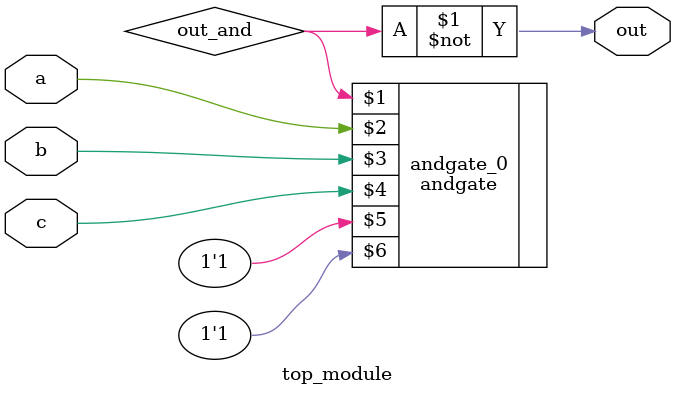
<source format=v>
module top_module (
    input a,
    input b,
    input c,
    output out
);

wire out_and;
andgate andgate_0 (out_and, a, b, c, 1'b1, 1'b1);
assign out = ~out_and;

endmodule
</source>
